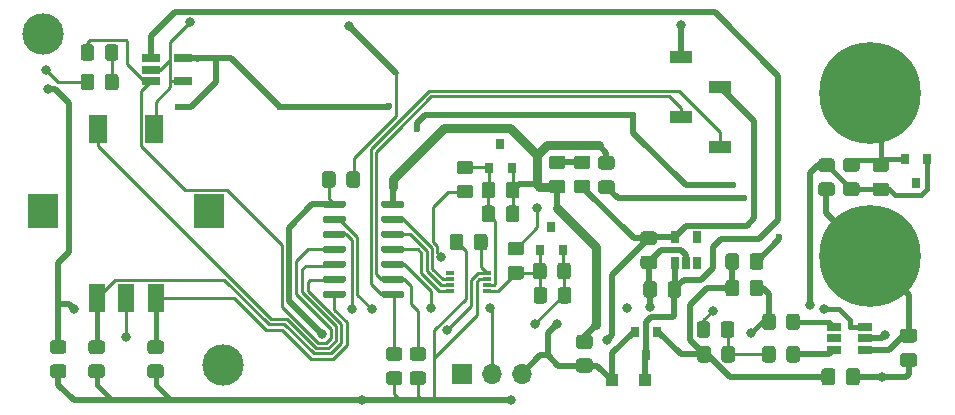
<source format=gbr>
G04 #@! TF.GenerationSoftware,KiCad,Pcbnew,(5.1.8)-1*
G04 #@! TF.CreationDate,2021-02-26T20:20:08+01:00*
G04 #@! TF.ProjectId,_Spot,b553706f-742e-46b6-9963-61645f706362,rev?*
G04 #@! TF.SameCoordinates,Original*
G04 #@! TF.FileFunction,Copper,L1,Top*
G04 #@! TF.FilePolarity,Positive*
%FSLAX46Y46*%
G04 Gerber Fmt 4.6, Leading zero omitted, Abs format (unit mm)*
G04 Created by KiCad (PCBNEW (5.1.8)-1) date 2021-02-26 20:20:08*
%MOMM*%
%LPD*%
G01*
G04 APERTURE LIST*
G04 #@! TA.AperFunction,SMDPad,CuDef*
%ADD10R,1.560000X0.650000*%
G04 #@! TD*
G04 #@! TA.AperFunction,SMDPad,CuDef*
%ADD11R,0.800000X0.900000*%
G04 #@! TD*
G04 #@! TA.AperFunction,SMDPad,CuDef*
%ADD12R,0.800000X0.300000*%
G04 #@! TD*
G04 #@! TA.AperFunction,ComponentPad*
%ADD13O,1.700000X1.700000*%
G04 #@! TD*
G04 #@! TA.AperFunction,ComponentPad*
%ADD14R,1.700000X1.700000*%
G04 #@! TD*
G04 #@! TA.AperFunction,SMDPad,CuDef*
%ADD15R,0.650000X1.060000*%
G04 #@! TD*
G04 #@! TA.AperFunction,SMDPad,CuDef*
%ADD16R,1.100000X1.100000*%
G04 #@! TD*
G04 #@! TA.AperFunction,SMDPad,CuDef*
%ADD17R,1.220000X0.650000*%
G04 #@! TD*
G04 #@! TA.AperFunction,SMDPad,CuDef*
%ADD18R,1.400000X2.400000*%
G04 #@! TD*
G04 #@! TA.AperFunction,SMDPad,CuDef*
%ADD19R,1.600000X2.400000*%
G04 #@! TD*
G04 #@! TA.AperFunction,SMDPad,CuDef*
%ADD20R,2.500000X3.000000*%
G04 #@! TD*
G04 #@! TA.AperFunction,SMDPad,CuDef*
%ADD21R,1.900000X1.000000*%
G04 #@! TD*
G04 #@! TA.AperFunction,ComponentPad*
%ADD22C,3.500000*%
G04 #@! TD*
G04 #@! TA.AperFunction,ComponentPad*
%ADD23C,0.900000*%
G04 #@! TD*
G04 #@! TA.AperFunction,ComponentPad*
%ADD24C,8.600000*%
G04 #@! TD*
G04 #@! TA.AperFunction,ViaPad*
%ADD25C,0.800000*%
G04 #@! TD*
G04 #@! TA.AperFunction,ViaPad*
%ADD26C,0.600000*%
G04 #@! TD*
G04 #@! TA.AperFunction,Conductor*
%ADD27C,0.508000*%
G04 #@! TD*
G04 #@! TA.AperFunction,Conductor*
%ADD28C,0.250000*%
G04 #@! TD*
G04 #@! TA.AperFunction,Conductor*
%ADD29C,0.381000*%
G04 #@! TD*
G04 #@! TA.AperFunction,Conductor*
%ADD30C,0.500000*%
G04 #@! TD*
G04 #@! TA.AperFunction,Conductor*
%ADD31C,0.800000*%
G04 #@! TD*
G04 APERTURE END LIST*
D10*
X109850000Y-82050000D03*
X109850000Y-83950000D03*
X107150000Y-83950000D03*
X107150000Y-83000000D03*
X107150000Y-82050000D03*
D11*
X149000000Y-107200000D03*
X148050000Y-105200000D03*
X149950000Y-105200000D03*
G04 #@! TA.AperFunction,SMDPad,CuDef*
G36*
G01*
X107950001Y-107062500D02*
X107049999Y-107062500D01*
G75*
G02*
X106800000Y-106812501I0J249999D01*
G01*
X106800000Y-106162499D01*
G75*
G02*
X107049999Y-105912500I249999J0D01*
G01*
X107950001Y-105912500D01*
G75*
G02*
X108200000Y-106162499I0J-249999D01*
G01*
X108200000Y-106812501D01*
G75*
G02*
X107950001Y-107062500I-249999J0D01*
G01*
G37*
G04 #@! TD.AperFunction*
G04 #@! TA.AperFunction,SMDPad,CuDef*
G36*
G01*
X107950001Y-109112500D02*
X107049999Y-109112500D01*
G75*
G02*
X106800000Y-108862501I0J249999D01*
G01*
X106800000Y-108212499D01*
G75*
G02*
X107049999Y-107962500I249999J0D01*
G01*
X107950001Y-107962500D01*
G75*
G02*
X108200000Y-108212499I0J-249999D01*
G01*
X108200000Y-108862501D01*
G75*
G02*
X107950001Y-109112500I-249999J0D01*
G01*
G37*
G04 #@! TD.AperFunction*
G04 #@! TA.AperFunction,SMDPad,CuDef*
G36*
G01*
X102950001Y-107062500D02*
X102049999Y-107062500D01*
G75*
G02*
X101800000Y-106812501I0J249999D01*
G01*
X101800000Y-106162499D01*
G75*
G02*
X102049999Y-105912500I249999J0D01*
G01*
X102950001Y-105912500D01*
G75*
G02*
X103200000Y-106162499I0J-249999D01*
G01*
X103200000Y-106812501D01*
G75*
G02*
X102950001Y-107062500I-249999J0D01*
G01*
G37*
G04 #@! TD.AperFunction*
G04 #@! TA.AperFunction,SMDPad,CuDef*
G36*
G01*
X102950001Y-109112500D02*
X102049999Y-109112500D01*
G75*
G02*
X101800000Y-108862501I0J249999D01*
G01*
X101800000Y-108212499D01*
G75*
G02*
X102049999Y-107962500I249999J0D01*
G01*
X102950001Y-107962500D01*
G75*
G02*
X103200000Y-108212499I0J-249999D01*
G01*
X103200000Y-108862501D01*
G75*
G02*
X102950001Y-109112500I-249999J0D01*
G01*
G37*
G04 #@! TD.AperFunction*
G04 #@! TA.AperFunction,SMDPad,CuDef*
G36*
G01*
X126600000Y-94540000D02*
X126600000Y-94240000D01*
G75*
G02*
X126750000Y-94090000I150000J0D01*
G01*
X128400000Y-94090000D01*
G75*
G02*
X128550000Y-94240000I0J-150000D01*
G01*
X128550000Y-94540000D01*
G75*
G02*
X128400000Y-94690000I-150000J0D01*
G01*
X126750000Y-94690000D01*
G75*
G02*
X126600000Y-94540000I0J150000D01*
G01*
G37*
G04 #@! TD.AperFunction*
G04 #@! TA.AperFunction,SMDPad,CuDef*
G36*
G01*
X126600000Y-95810000D02*
X126600000Y-95510000D01*
G75*
G02*
X126750000Y-95360000I150000J0D01*
G01*
X128400000Y-95360000D01*
G75*
G02*
X128550000Y-95510000I0J-150000D01*
G01*
X128550000Y-95810000D01*
G75*
G02*
X128400000Y-95960000I-150000J0D01*
G01*
X126750000Y-95960000D01*
G75*
G02*
X126600000Y-95810000I0J150000D01*
G01*
G37*
G04 #@! TD.AperFunction*
G04 #@! TA.AperFunction,SMDPad,CuDef*
G36*
G01*
X126600000Y-97080000D02*
X126600000Y-96780000D01*
G75*
G02*
X126750000Y-96630000I150000J0D01*
G01*
X128400000Y-96630000D01*
G75*
G02*
X128550000Y-96780000I0J-150000D01*
G01*
X128550000Y-97080000D01*
G75*
G02*
X128400000Y-97230000I-150000J0D01*
G01*
X126750000Y-97230000D01*
G75*
G02*
X126600000Y-97080000I0J150000D01*
G01*
G37*
G04 #@! TD.AperFunction*
G04 #@! TA.AperFunction,SMDPad,CuDef*
G36*
G01*
X126600000Y-98350000D02*
X126600000Y-98050000D01*
G75*
G02*
X126750000Y-97900000I150000J0D01*
G01*
X128400000Y-97900000D01*
G75*
G02*
X128550000Y-98050000I0J-150000D01*
G01*
X128550000Y-98350000D01*
G75*
G02*
X128400000Y-98500000I-150000J0D01*
G01*
X126750000Y-98500000D01*
G75*
G02*
X126600000Y-98350000I0J150000D01*
G01*
G37*
G04 #@! TD.AperFunction*
G04 #@! TA.AperFunction,SMDPad,CuDef*
G36*
G01*
X126600000Y-99620000D02*
X126600000Y-99320000D01*
G75*
G02*
X126750000Y-99170000I150000J0D01*
G01*
X128400000Y-99170000D01*
G75*
G02*
X128550000Y-99320000I0J-150000D01*
G01*
X128550000Y-99620000D01*
G75*
G02*
X128400000Y-99770000I-150000J0D01*
G01*
X126750000Y-99770000D01*
G75*
G02*
X126600000Y-99620000I0J150000D01*
G01*
G37*
G04 #@! TD.AperFunction*
G04 #@! TA.AperFunction,SMDPad,CuDef*
G36*
G01*
X126600000Y-100890000D02*
X126600000Y-100590000D01*
G75*
G02*
X126750000Y-100440000I150000J0D01*
G01*
X128400000Y-100440000D01*
G75*
G02*
X128550000Y-100590000I0J-150000D01*
G01*
X128550000Y-100890000D01*
G75*
G02*
X128400000Y-101040000I-150000J0D01*
G01*
X126750000Y-101040000D01*
G75*
G02*
X126600000Y-100890000I0J150000D01*
G01*
G37*
G04 #@! TD.AperFunction*
G04 #@! TA.AperFunction,SMDPad,CuDef*
G36*
G01*
X126600000Y-102160000D02*
X126600000Y-101860000D01*
G75*
G02*
X126750000Y-101710000I150000J0D01*
G01*
X128400000Y-101710000D01*
G75*
G02*
X128550000Y-101860000I0J-150000D01*
G01*
X128550000Y-102160000D01*
G75*
G02*
X128400000Y-102310000I-150000J0D01*
G01*
X126750000Y-102310000D01*
G75*
G02*
X126600000Y-102160000I0J150000D01*
G01*
G37*
G04 #@! TD.AperFunction*
G04 #@! TA.AperFunction,SMDPad,CuDef*
G36*
G01*
X121650000Y-102160000D02*
X121650000Y-101860000D01*
G75*
G02*
X121800000Y-101710000I150000J0D01*
G01*
X123450000Y-101710000D01*
G75*
G02*
X123600000Y-101860000I0J-150000D01*
G01*
X123600000Y-102160000D01*
G75*
G02*
X123450000Y-102310000I-150000J0D01*
G01*
X121800000Y-102310000D01*
G75*
G02*
X121650000Y-102160000I0J150000D01*
G01*
G37*
G04 #@! TD.AperFunction*
G04 #@! TA.AperFunction,SMDPad,CuDef*
G36*
G01*
X121650000Y-100890000D02*
X121650000Y-100590000D01*
G75*
G02*
X121800000Y-100440000I150000J0D01*
G01*
X123450000Y-100440000D01*
G75*
G02*
X123600000Y-100590000I0J-150000D01*
G01*
X123600000Y-100890000D01*
G75*
G02*
X123450000Y-101040000I-150000J0D01*
G01*
X121800000Y-101040000D01*
G75*
G02*
X121650000Y-100890000I0J150000D01*
G01*
G37*
G04 #@! TD.AperFunction*
G04 #@! TA.AperFunction,SMDPad,CuDef*
G36*
G01*
X121650000Y-99620000D02*
X121650000Y-99320000D01*
G75*
G02*
X121800000Y-99170000I150000J0D01*
G01*
X123450000Y-99170000D01*
G75*
G02*
X123600000Y-99320000I0J-150000D01*
G01*
X123600000Y-99620000D01*
G75*
G02*
X123450000Y-99770000I-150000J0D01*
G01*
X121800000Y-99770000D01*
G75*
G02*
X121650000Y-99620000I0J150000D01*
G01*
G37*
G04 #@! TD.AperFunction*
G04 #@! TA.AperFunction,SMDPad,CuDef*
G36*
G01*
X121650000Y-98350000D02*
X121650000Y-98050000D01*
G75*
G02*
X121800000Y-97900000I150000J0D01*
G01*
X123450000Y-97900000D01*
G75*
G02*
X123600000Y-98050000I0J-150000D01*
G01*
X123600000Y-98350000D01*
G75*
G02*
X123450000Y-98500000I-150000J0D01*
G01*
X121800000Y-98500000D01*
G75*
G02*
X121650000Y-98350000I0J150000D01*
G01*
G37*
G04 #@! TD.AperFunction*
G04 #@! TA.AperFunction,SMDPad,CuDef*
G36*
G01*
X121650000Y-97080000D02*
X121650000Y-96780000D01*
G75*
G02*
X121800000Y-96630000I150000J0D01*
G01*
X123450000Y-96630000D01*
G75*
G02*
X123600000Y-96780000I0J-150000D01*
G01*
X123600000Y-97080000D01*
G75*
G02*
X123450000Y-97230000I-150000J0D01*
G01*
X121800000Y-97230000D01*
G75*
G02*
X121650000Y-97080000I0J150000D01*
G01*
G37*
G04 #@! TD.AperFunction*
G04 #@! TA.AperFunction,SMDPad,CuDef*
G36*
G01*
X121650000Y-95810000D02*
X121650000Y-95510000D01*
G75*
G02*
X121800000Y-95360000I150000J0D01*
G01*
X123450000Y-95360000D01*
G75*
G02*
X123600000Y-95510000I0J-150000D01*
G01*
X123600000Y-95810000D01*
G75*
G02*
X123450000Y-95960000I-150000J0D01*
G01*
X121800000Y-95960000D01*
G75*
G02*
X121650000Y-95810000I0J150000D01*
G01*
G37*
G04 #@! TD.AperFunction*
G04 #@! TA.AperFunction,SMDPad,CuDef*
G36*
G01*
X121650000Y-94540000D02*
X121650000Y-94240000D01*
G75*
G02*
X121800000Y-94090000I150000J0D01*
G01*
X123450000Y-94090000D01*
G75*
G02*
X123600000Y-94240000I0J-150000D01*
G01*
X123600000Y-94540000D01*
G75*
G02*
X123450000Y-94690000I-150000J0D01*
G01*
X121800000Y-94690000D01*
G75*
G02*
X121650000Y-94540000I0J150000D01*
G01*
G37*
G04 #@! TD.AperFunction*
D12*
X135550000Y-100250000D03*
X135550000Y-100750000D03*
X135550000Y-101250000D03*
X135550000Y-101750000D03*
X132450000Y-101750000D03*
X132450000Y-101250000D03*
X132450000Y-100750000D03*
X132450000Y-100250000D03*
G04 #@! TA.AperFunction,SMDPad,CuDef*
G36*
G01*
X141500000Y-100500001D02*
X141500000Y-99599999D01*
G75*
G02*
X141749999Y-99350000I249999J0D01*
G01*
X142400001Y-99350000D01*
G75*
G02*
X142650000Y-99599999I0J-249999D01*
G01*
X142650000Y-100500001D01*
G75*
G02*
X142400001Y-100750000I-249999J0D01*
G01*
X141749999Y-100750000D01*
G75*
G02*
X141500000Y-100500001I0J249999D01*
G01*
G37*
G04 #@! TD.AperFunction*
G04 #@! TA.AperFunction,SMDPad,CuDef*
G36*
G01*
X139450000Y-100500001D02*
X139450000Y-99599999D01*
G75*
G02*
X139699999Y-99350000I249999J0D01*
G01*
X140350001Y-99350000D01*
G75*
G02*
X140600000Y-99599999I0J-249999D01*
G01*
X140600000Y-100500001D01*
G75*
G02*
X140350001Y-100750000I-249999J0D01*
G01*
X139699999Y-100750000D01*
G75*
G02*
X139450000Y-100500001I0J249999D01*
G01*
G37*
G04 #@! TD.AperFunction*
G04 #@! TA.AperFunction,SMDPad,CuDef*
G36*
G01*
X137549999Y-99625000D02*
X138450001Y-99625000D01*
G75*
G02*
X138700000Y-99874999I0J-249999D01*
G01*
X138700000Y-100525001D01*
G75*
G02*
X138450001Y-100775000I-249999J0D01*
G01*
X137549999Y-100775000D01*
G75*
G02*
X137300000Y-100525001I0J249999D01*
G01*
X137300000Y-99874999D01*
G75*
G02*
X137549999Y-99625000I249999J0D01*
G01*
G37*
G04 #@! TD.AperFunction*
G04 #@! TA.AperFunction,SMDPad,CuDef*
G36*
G01*
X137549999Y-97575000D02*
X138450001Y-97575000D01*
G75*
G02*
X138700000Y-97824999I0J-249999D01*
G01*
X138700000Y-98475001D01*
G75*
G02*
X138450001Y-98725000I-249999J0D01*
G01*
X137549999Y-98725000D01*
G75*
G02*
X137300000Y-98475001I0J249999D01*
G01*
X137300000Y-97824999D01*
G75*
G02*
X137549999Y-97575000I249999J0D01*
G01*
G37*
G04 #@! TD.AperFunction*
G04 #@! TA.AperFunction,SMDPad,CuDef*
G36*
G01*
X137150000Y-93650001D02*
X137150000Y-92749999D01*
G75*
G02*
X137399999Y-92500000I249999J0D01*
G01*
X138050001Y-92500000D01*
G75*
G02*
X138300000Y-92749999I0J-249999D01*
G01*
X138300000Y-93650001D01*
G75*
G02*
X138050001Y-93900000I-249999J0D01*
G01*
X137399999Y-93900000D01*
G75*
G02*
X137150000Y-93650001I0J249999D01*
G01*
G37*
G04 #@! TD.AperFunction*
G04 #@! TA.AperFunction,SMDPad,CuDef*
G36*
G01*
X135100000Y-93650001D02*
X135100000Y-92749999D01*
G75*
G02*
X135349999Y-92500000I249999J0D01*
G01*
X136000001Y-92500000D01*
G75*
G02*
X136250000Y-92749999I0J-249999D01*
G01*
X136250000Y-93650001D01*
G75*
G02*
X136000001Y-93900000I-249999J0D01*
G01*
X135349999Y-93900000D01*
G75*
G02*
X135100000Y-93650001I0J249999D01*
G01*
G37*
G04 #@! TD.AperFunction*
G04 #@! TA.AperFunction,SMDPad,CuDef*
G36*
G01*
X134150001Y-91850000D02*
X133249999Y-91850000D01*
G75*
G02*
X133000000Y-91600001I0J249999D01*
G01*
X133000000Y-90949999D01*
G75*
G02*
X133249999Y-90700000I249999J0D01*
G01*
X134150001Y-90700000D01*
G75*
G02*
X134400000Y-90949999I0J-249999D01*
G01*
X134400000Y-91600001D01*
G75*
G02*
X134150001Y-91850000I-249999J0D01*
G01*
G37*
G04 #@! TD.AperFunction*
G04 #@! TA.AperFunction,SMDPad,CuDef*
G36*
G01*
X134150001Y-93900000D02*
X133249999Y-93900000D01*
G75*
G02*
X133000000Y-93650001I0J249999D01*
G01*
X133000000Y-92999999D01*
G75*
G02*
X133249999Y-92750000I249999J0D01*
G01*
X134150001Y-92750000D01*
G75*
G02*
X134400000Y-92999999I0J-249999D01*
G01*
X134400000Y-93650001D01*
G75*
G02*
X134150001Y-93900000I-249999J0D01*
G01*
G37*
G04 #@! TD.AperFunction*
D13*
X138480000Y-108800000D03*
X135940000Y-108800000D03*
D14*
X133400000Y-108800000D03*
D11*
X141000000Y-96300000D03*
X141950000Y-98300000D03*
X140050000Y-98300000D03*
X136700000Y-89300000D03*
X137650000Y-91300000D03*
X135750000Y-91300000D03*
G04 #@! TA.AperFunction,SMDPad,CuDef*
G36*
G01*
X134450000Y-98050001D02*
X134450000Y-97149999D01*
G75*
G02*
X134699999Y-96900000I249999J0D01*
G01*
X135350001Y-96900000D01*
G75*
G02*
X135600000Y-97149999I0J-249999D01*
G01*
X135600000Y-98050001D01*
G75*
G02*
X135350001Y-98300000I-249999J0D01*
G01*
X134699999Y-98300000D01*
G75*
G02*
X134450000Y-98050001I0J249999D01*
G01*
G37*
G04 #@! TD.AperFunction*
G04 #@! TA.AperFunction,SMDPad,CuDef*
G36*
G01*
X132400000Y-98050001D02*
X132400000Y-97149999D01*
G75*
G02*
X132649999Y-96900000I249999J0D01*
G01*
X133300001Y-96900000D01*
G75*
G02*
X133550000Y-97149999I0J-249999D01*
G01*
X133550000Y-98050001D01*
G75*
G02*
X133300001Y-98300000I-249999J0D01*
G01*
X132649999Y-98300000D01*
G75*
G02*
X132400000Y-98050001I0J249999D01*
G01*
G37*
G04 #@! TD.AperFunction*
G04 #@! TA.AperFunction,SMDPad,CuDef*
G36*
G01*
X141550000Y-102550001D02*
X141550000Y-101649999D01*
G75*
G02*
X141799999Y-101400000I249999J0D01*
G01*
X142450001Y-101400000D01*
G75*
G02*
X142700000Y-101649999I0J-249999D01*
G01*
X142700000Y-102550001D01*
G75*
G02*
X142450001Y-102800000I-249999J0D01*
G01*
X141799999Y-102800000D01*
G75*
G02*
X141550000Y-102550001I0J249999D01*
G01*
G37*
G04 #@! TD.AperFunction*
G04 #@! TA.AperFunction,SMDPad,CuDef*
G36*
G01*
X139500000Y-102550001D02*
X139500000Y-101649999D01*
G75*
G02*
X139749999Y-101400000I249999J0D01*
G01*
X140400001Y-101400000D01*
G75*
G02*
X140650000Y-101649999I0J-249999D01*
G01*
X140650000Y-102550001D01*
G75*
G02*
X140400001Y-102800000I-249999J0D01*
G01*
X139749999Y-102800000D01*
G75*
G02*
X139500000Y-102550001I0J249999D01*
G01*
G37*
G04 #@! TD.AperFunction*
G04 #@! TA.AperFunction,SMDPad,CuDef*
G36*
G01*
X137150000Y-95650001D02*
X137150000Y-94749999D01*
G75*
G02*
X137399999Y-94500000I249999J0D01*
G01*
X138050001Y-94500000D01*
G75*
G02*
X138300000Y-94749999I0J-249999D01*
G01*
X138300000Y-95650001D01*
G75*
G02*
X138050001Y-95900000I-249999J0D01*
G01*
X137399999Y-95900000D01*
G75*
G02*
X137150000Y-95650001I0J249999D01*
G01*
G37*
G04 #@! TD.AperFunction*
G04 #@! TA.AperFunction,SMDPad,CuDef*
G36*
G01*
X135100000Y-95650001D02*
X135100000Y-94749999D01*
G75*
G02*
X135349999Y-94500000I249999J0D01*
G01*
X136000001Y-94500000D01*
G75*
G02*
X136250000Y-94749999I0J-249999D01*
G01*
X136250000Y-95650001D01*
G75*
G02*
X136000001Y-95900000I-249999J0D01*
G01*
X135349999Y-95900000D01*
G75*
G02*
X135100000Y-95650001I0J249999D01*
G01*
G37*
G04 #@! TD.AperFunction*
G04 #@! TA.AperFunction,SMDPad,CuDef*
G36*
G01*
X165950000Y-109475000D02*
X165950000Y-108525000D01*
G75*
G02*
X166200000Y-108275000I250000J0D01*
G01*
X166875000Y-108275000D01*
G75*
G02*
X167125000Y-108525000I0J-250000D01*
G01*
X167125000Y-109475000D01*
G75*
G02*
X166875000Y-109725000I-250000J0D01*
G01*
X166200000Y-109725000D01*
G75*
G02*
X165950000Y-109475000I0J250000D01*
G01*
G37*
G04 #@! TD.AperFunction*
G04 #@! TA.AperFunction,SMDPad,CuDef*
G36*
G01*
X163875000Y-109475000D02*
X163875000Y-108525000D01*
G75*
G02*
X164125000Y-108275000I250000J0D01*
G01*
X164800000Y-108275000D01*
G75*
G02*
X165050000Y-108525000I0J-250000D01*
G01*
X165050000Y-109475000D01*
G75*
G02*
X164800000Y-109725000I-250000J0D01*
G01*
X164125000Y-109725000D01*
G75*
G02*
X163875000Y-109475000I0J250000D01*
G01*
G37*
G04 #@! TD.AperFunction*
G04 #@! TA.AperFunction,SMDPad,CuDef*
G36*
G01*
X170775000Y-107000000D02*
X171725000Y-107000000D01*
G75*
G02*
X171975000Y-107250000I0J-250000D01*
G01*
X171975000Y-107925000D01*
G75*
G02*
X171725000Y-108175000I-250000J0D01*
G01*
X170775000Y-108175000D01*
G75*
G02*
X170525000Y-107925000I0J250000D01*
G01*
X170525000Y-107250000D01*
G75*
G02*
X170775000Y-107000000I250000J0D01*
G01*
G37*
G04 #@! TD.AperFunction*
G04 #@! TA.AperFunction,SMDPad,CuDef*
G36*
G01*
X170775000Y-104925000D02*
X171725000Y-104925000D01*
G75*
G02*
X171975000Y-105175000I0J-250000D01*
G01*
X171975000Y-105850000D01*
G75*
G02*
X171725000Y-106100000I-250000J0D01*
G01*
X170775000Y-106100000D01*
G75*
G02*
X170525000Y-105850000I0J250000D01*
G01*
X170525000Y-105175000D01*
G75*
G02*
X170775000Y-104925000I250000J0D01*
G01*
G37*
G04 #@! TD.AperFunction*
D15*
X151450000Y-97200000D03*
X153350000Y-97200000D03*
X153350000Y-99400000D03*
X152400000Y-99400000D03*
X151450000Y-99400000D03*
G04 #@! TA.AperFunction,SMDPad,CuDef*
G36*
G01*
X144250001Y-106650000D02*
X143349999Y-106650000D01*
G75*
G02*
X143100000Y-106400001I0J249999D01*
G01*
X143100000Y-105699999D01*
G75*
G02*
X143349999Y-105450000I249999J0D01*
G01*
X144250001Y-105450000D01*
G75*
G02*
X144500000Y-105699999I0J-249999D01*
G01*
X144500000Y-106400001D01*
G75*
G02*
X144250001Y-106650000I-249999J0D01*
G01*
G37*
G04 #@! TD.AperFunction*
G04 #@! TA.AperFunction,SMDPad,CuDef*
G36*
G01*
X144250001Y-108650000D02*
X143349999Y-108650000D01*
G75*
G02*
X143100000Y-108400001I0J249999D01*
G01*
X143100000Y-107699999D01*
G75*
G02*
X143349999Y-107450000I249999J0D01*
G01*
X144250001Y-107450000D01*
G75*
G02*
X144500000Y-107699999I0J-249999D01*
G01*
X144500000Y-108400001D01*
G75*
G02*
X144250001Y-108650000I-249999J0D01*
G01*
G37*
G04 #@! TD.AperFunction*
D16*
X146150000Y-109300000D03*
X148950000Y-109300000D03*
D17*
X164940000Y-106700000D03*
X164940000Y-105750000D03*
X164940000Y-104800000D03*
X167560000Y-104800000D03*
X167560000Y-105750000D03*
X167560000Y-106700000D03*
G04 #@! TA.AperFunction,SMDPad,CuDef*
G36*
G01*
X157800000Y-99700001D02*
X157800000Y-98799999D01*
G75*
G02*
X158049999Y-98550000I249999J0D01*
G01*
X158700001Y-98550000D01*
G75*
G02*
X158950000Y-98799999I0J-249999D01*
G01*
X158950000Y-99700001D01*
G75*
G02*
X158700001Y-99950000I-249999J0D01*
G01*
X158049999Y-99950000D01*
G75*
G02*
X157800000Y-99700001I0J249999D01*
G01*
G37*
G04 #@! TD.AperFunction*
G04 #@! TA.AperFunction,SMDPad,CuDef*
G36*
G01*
X155750000Y-99700001D02*
X155750000Y-98799999D01*
G75*
G02*
X155999999Y-98550000I249999J0D01*
G01*
X156650001Y-98550000D01*
G75*
G02*
X156900000Y-98799999I0J-249999D01*
G01*
X156900000Y-99700001D01*
G75*
G02*
X156650001Y-99950000I-249999J0D01*
G01*
X155999999Y-99950000D01*
G75*
G02*
X155750000Y-99700001I0J249999D01*
G01*
G37*
G04 #@! TD.AperFunction*
G04 #@! TA.AperFunction,SMDPad,CuDef*
G36*
G01*
X141950001Y-91420000D02*
X141049999Y-91420000D01*
G75*
G02*
X140800000Y-91170001I0J249999D01*
G01*
X140800000Y-90519999D01*
G75*
G02*
X141049999Y-90270000I249999J0D01*
G01*
X141950001Y-90270000D01*
G75*
G02*
X142200000Y-90519999I0J-249999D01*
G01*
X142200000Y-91170001D01*
G75*
G02*
X141950001Y-91420000I-249999J0D01*
G01*
G37*
G04 #@! TD.AperFunction*
G04 #@! TA.AperFunction,SMDPad,CuDef*
G36*
G01*
X141950001Y-93470000D02*
X141049999Y-93470000D01*
G75*
G02*
X140800000Y-93220001I0J249999D01*
G01*
X140800000Y-92569999D01*
G75*
G02*
X141049999Y-92320000I249999J0D01*
G01*
X141950001Y-92320000D01*
G75*
G02*
X142200000Y-92569999I0J-249999D01*
G01*
X142200000Y-93220001D01*
G75*
G02*
X141950001Y-93470000I-249999J0D01*
G01*
G37*
G04 #@! TD.AperFunction*
G04 #@! TA.AperFunction,SMDPad,CuDef*
G36*
G01*
X103212500Y-84500001D02*
X103212500Y-83599999D01*
G75*
G02*
X103462499Y-83350000I249999J0D01*
G01*
X104112501Y-83350000D01*
G75*
G02*
X104362500Y-83599999I0J-249999D01*
G01*
X104362500Y-84500001D01*
G75*
G02*
X104112501Y-84750000I-249999J0D01*
G01*
X103462499Y-84750000D01*
G75*
G02*
X103212500Y-84500001I0J249999D01*
G01*
G37*
G04 #@! TD.AperFunction*
G04 #@! TA.AperFunction,SMDPad,CuDef*
G36*
G01*
X101162500Y-84500001D02*
X101162500Y-83599999D01*
G75*
G02*
X101412499Y-83350000I249999J0D01*
G01*
X102062501Y-83350000D01*
G75*
G02*
X102312500Y-83599999I0J-249999D01*
G01*
X102312500Y-84500001D01*
G75*
G02*
X102062501Y-84750000I-249999J0D01*
G01*
X101412499Y-84750000D01*
G75*
G02*
X101162500Y-84500001I0J249999D01*
G01*
G37*
G04 #@! TD.AperFunction*
G04 #@! TA.AperFunction,SMDPad,CuDef*
G36*
G01*
X145209999Y-92370000D02*
X146110001Y-92370000D01*
G75*
G02*
X146360000Y-92619999I0J-249999D01*
G01*
X146360000Y-93270001D01*
G75*
G02*
X146110001Y-93520000I-249999J0D01*
G01*
X145209999Y-93520000D01*
G75*
G02*
X144960000Y-93270001I0J249999D01*
G01*
X144960000Y-92619999D01*
G75*
G02*
X145209999Y-92370000I249999J0D01*
G01*
G37*
G04 #@! TD.AperFunction*
G04 #@! TA.AperFunction,SMDPad,CuDef*
G36*
G01*
X145209999Y-90320000D02*
X146110001Y-90320000D01*
G75*
G02*
X146360000Y-90569999I0J-249999D01*
G01*
X146360000Y-91220001D01*
G75*
G02*
X146110001Y-91470000I-249999J0D01*
G01*
X145209999Y-91470000D01*
G75*
G02*
X144960000Y-91220001I0J249999D01*
G01*
X144960000Y-90569999D01*
G75*
G02*
X145209999Y-90320000I249999J0D01*
G01*
G37*
G04 #@! TD.AperFunction*
G04 #@! TA.AperFunction,SMDPad,CuDef*
G36*
G01*
X160900000Y-107550001D02*
X160900000Y-106649999D01*
G75*
G02*
X161149999Y-106400000I249999J0D01*
G01*
X161800001Y-106400000D01*
G75*
G02*
X162050000Y-106649999I0J-249999D01*
G01*
X162050000Y-107550001D01*
G75*
G02*
X161800001Y-107800000I-249999J0D01*
G01*
X161149999Y-107800000D01*
G75*
G02*
X160900000Y-107550001I0J249999D01*
G01*
G37*
G04 #@! TD.AperFunction*
G04 #@! TA.AperFunction,SMDPad,CuDef*
G36*
G01*
X158850000Y-107550001D02*
X158850000Y-106649999D01*
G75*
G02*
X159099999Y-106400000I249999J0D01*
G01*
X159750001Y-106400000D01*
G75*
G02*
X160000000Y-106649999I0J-249999D01*
G01*
X160000000Y-107550001D01*
G75*
G02*
X159750001Y-107800000I-249999J0D01*
G01*
X159099999Y-107800000D01*
G75*
G02*
X158850000Y-107550001I0J249999D01*
G01*
G37*
G04 #@! TD.AperFunction*
D18*
X105000000Y-102300000D03*
X102500000Y-102300000D03*
X107500000Y-102300000D03*
D19*
X107400000Y-88000000D03*
X102600000Y-88000000D03*
D20*
X112000000Y-95000000D03*
X98000000Y-95000000D03*
G04 #@! TA.AperFunction,SMDPad,CuDef*
G36*
G01*
X98799999Y-107950000D02*
X99700001Y-107950000D01*
G75*
G02*
X99950000Y-108199999I0J-249999D01*
G01*
X99950000Y-108850001D01*
G75*
G02*
X99700001Y-109100000I-249999J0D01*
G01*
X98799999Y-109100000D01*
G75*
G02*
X98550000Y-108850001I0J249999D01*
G01*
X98550000Y-108199999D01*
G75*
G02*
X98799999Y-107950000I249999J0D01*
G01*
G37*
G04 #@! TD.AperFunction*
G04 #@! TA.AperFunction,SMDPad,CuDef*
G36*
G01*
X98799999Y-105900000D02*
X99700001Y-105900000D01*
G75*
G02*
X99950000Y-106149999I0J-249999D01*
G01*
X99950000Y-106800001D01*
G75*
G02*
X99700001Y-107050000I-249999J0D01*
G01*
X98799999Y-107050000D01*
G75*
G02*
X98550000Y-106800001I0J249999D01*
G01*
X98550000Y-106149999D01*
G75*
G02*
X98799999Y-105900000I249999J0D01*
G01*
G37*
G04 #@! TD.AperFunction*
G04 #@! TA.AperFunction,SMDPad,CuDef*
G36*
G01*
X169350001Y-91662500D02*
X168449999Y-91662500D01*
G75*
G02*
X168200000Y-91412501I0J249999D01*
G01*
X168200000Y-90762499D01*
G75*
G02*
X168449999Y-90512500I249999J0D01*
G01*
X169350001Y-90512500D01*
G75*
G02*
X169600000Y-90762499I0J-249999D01*
G01*
X169600000Y-91412501D01*
G75*
G02*
X169350001Y-91662500I-249999J0D01*
G01*
G37*
G04 #@! TD.AperFunction*
G04 #@! TA.AperFunction,SMDPad,CuDef*
G36*
G01*
X169350001Y-93712500D02*
X168449999Y-93712500D01*
G75*
G02*
X168200000Y-93462501I0J249999D01*
G01*
X168200000Y-92812499D01*
G75*
G02*
X168449999Y-92562500I249999J0D01*
G01*
X169350001Y-92562500D01*
G75*
G02*
X169600000Y-92812499I0J-249999D01*
G01*
X169600000Y-93462501D01*
G75*
G02*
X169350001Y-93712500I-249999J0D01*
G01*
G37*
G04 #@! TD.AperFunction*
G04 #@! TA.AperFunction,SMDPad,CuDef*
G36*
G01*
X164750001Y-91650000D02*
X163849999Y-91650000D01*
G75*
G02*
X163600000Y-91400001I0J249999D01*
G01*
X163600000Y-90749999D01*
G75*
G02*
X163849999Y-90500000I249999J0D01*
G01*
X164750001Y-90500000D01*
G75*
G02*
X165000000Y-90749999I0J-249999D01*
G01*
X165000000Y-91400001D01*
G75*
G02*
X164750001Y-91650000I-249999J0D01*
G01*
G37*
G04 #@! TD.AperFunction*
G04 #@! TA.AperFunction,SMDPad,CuDef*
G36*
G01*
X164750001Y-93700000D02*
X163849999Y-93700000D01*
G75*
G02*
X163600000Y-93450001I0J249999D01*
G01*
X163600000Y-92799999D01*
G75*
G02*
X163849999Y-92550000I249999J0D01*
G01*
X164750001Y-92550000D01*
G75*
G02*
X165000000Y-92799999I0J-249999D01*
G01*
X165000000Y-93450001D01*
G75*
G02*
X164750001Y-93700000I-249999J0D01*
G01*
G37*
G04 #@! TD.AperFunction*
G04 #@! TA.AperFunction,SMDPad,CuDef*
G36*
G01*
X128150001Y-107650000D02*
X127249999Y-107650000D01*
G75*
G02*
X127000000Y-107400001I0J249999D01*
G01*
X127000000Y-106749999D01*
G75*
G02*
X127249999Y-106500000I249999J0D01*
G01*
X128150001Y-106500000D01*
G75*
G02*
X128400000Y-106749999I0J-249999D01*
G01*
X128400000Y-107400001D01*
G75*
G02*
X128150001Y-107650000I-249999J0D01*
G01*
G37*
G04 #@! TD.AperFunction*
G04 #@! TA.AperFunction,SMDPad,CuDef*
G36*
G01*
X128150001Y-109700000D02*
X127249999Y-109700000D01*
G75*
G02*
X127000000Y-109450001I0J249999D01*
G01*
X127000000Y-108799999D01*
G75*
G02*
X127249999Y-108550000I249999J0D01*
G01*
X128150001Y-108550000D01*
G75*
G02*
X128400000Y-108799999I0J-249999D01*
G01*
X128400000Y-109450001D01*
G75*
G02*
X128150001Y-109700000I-249999J0D01*
G01*
G37*
G04 #@! TD.AperFunction*
G04 #@! TA.AperFunction,SMDPad,CuDef*
G36*
G01*
X130150001Y-107650000D02*
X129249999Y-107650000D01*
G75*
G02*
X129000000Y-107400001I0J249999D01*
G01*
X129000000Y-106749999D01*
G75*
G02*
X129249999Y-106500000I249999J0D01*
G01*
X130150001Y-106500000D01*
G75*
G02*
X130400000Y-106749999I0J-249999D01*
G01*
X130400000Y-107400001D01*
G75*
G02*
X130150001Y-107650000I-249999J0D01*
G01*
G37*
G04 #@! TD.AperFunction*
G04 #@! TA.AperFunction,SMDPad,CuDef*
G36*
G01*
X130150001Y-109700000D02*
X129249999Y-109700000D01*
G75*
G02*
X129000000Y-109450001I0J249999D01*
G01*
X129000000Y-108799999D01*
G75*
G02*
X129249999Y-108550000I249999J0D01*
G01*
X130150001Y-108550000D01*
G75*
G02*
X130400000Y-108799999I0J-249999D01*
G01*
X130400000Y-109450001D01*
G75*
G02*
X130150001Y-109700000I-249999J0D01*
G01*
G37*
G04 #@! TD.AperFunction*
G04 #@! TA.AperFunction,SMDPad,CuDef*
G36*
G01*
X154450000Y-104549999D02*
X154450000Y-105450001D01*
G75*
G02*
X154200001Y-105700000I-249999J0D01*
G01*
X153549999Y-105700000D01*
G75*
G02*
X153300000Y-105450001I0J249999D01*
G01*
X153300000Y-104549999D01*
G75*
G02*
X153549999Y-104300000I249999J0D01*
G01*
X154200001Y-104300000D01*
G75*
G02*
X154450000Y-104549999I0J-249999D01*
G01*
G37*
G04 #@! TD.AperFunction*
G04 #@! TA.AperFunction,SMDPad,CuDef*
G36*
G01*
X156500000Y-104549999D02*
X156500000Y-105450001D01*
G75*
G02*
X156250001Y-105700000I-249999J0D01*
G01*
X155599999Y-105700000D01*
G75*
G02*
X155350000Y-105450001I0J249999D01*
G01*
X155350000Y-104549999D01*
G75*
G02*
X155599999Y-104300000I249999J0D01*
G01*
X156250001Y-104300000D01*
G75*
G02*
X156500000Y-104549999I0J-249999D01*
G01*
G37*
G04 #@! TD.AperFunction*
G04 #@! TA.AperFunction,SMDPad,CuDef*
G36*
G01*
X155400000Y-107550001D02*
X155400000Y-106649999D01*
G75*
G02*
X155649999Y-106400000I249999J0D01*
G01*
X156300001Y-106400000D01*
G75*
G02*
X156550000Y-106649999I0J-249999D01*
G01*
X156550000Y-107550001D01*
G75*
G02*
X156300001Y-107800000I-249999J0D01*
G01*
X155649999Y-107800000D01*
G75*
G02*
X155400000Y-107550001I0J249999D01*
G01*
G37*
G04 #@! TD.AperFunction*
G04 #@! TA.AperFunction,SMDPad,CuDef*
G36*
G01*
X153350000Y-107550001D02*
X153350000Y-106649999D01*
G75*
G02*
X153599999Y-106400000I249999J0D01*
G01*
X154250001Y-106400000D01*
G75*
G02*
X154500000Y-106649999I0J-249999D01*
G01*
X154500000Y-107550001D01*
G75*
G02*
X154250001Y-107800000I-249999J0D01*
G01*
X153599999Y-107800000D01*
G75*
G02*
X153350000Y-107550001I0J249999D01*
G01*
G37*
G04 #@! TD.AperFunction*
G04 #@! TA.AperFunction,SMDPad,CuDef*
G36*
G01*
X144060001Y-91420000D02*
X143159999Y-91420000D01*
G75*
G02*
X142910000Y-91170001I0J249999D01*
G01*
X142910000Y-90519999D01*
G75*
G02*
X143159999Y-90270000I249999J0D01*
G01*
X144060001Y-90270000D01*
G75*
G02*
X144310000Y-90519999I0J-249999D01*
G01*
X144310000Y-91170001D01*
G75*
G02*
X144060001Y-91420000I-249999J0D01*
G01*
G37*
G04 #@! TD.AperFunction*
G04 #@! TA.AperFunction,SMDPad,CuDef*
G36*
G01*
X144060001Y-93470000D02*
X143159999Y-93470000D01*
G75*
G02*
X142910000Y-93220001I0J249999D01*
G01*
X142910000Y-92569999D01*
G75*
G02*
X143159999Y-92320000I249999J0D01*
G01*
X144060001Y-92320000D01*
G75*
G02*
X144310000Y-92569999I0J-249999D01*
G01*
X144310000Y-93220001D01*
G75*
G02*
X144060001Y-93470000I-249999J0D01*
G01*
G37*
G04 #@! TD.AperFunction*
G04 #@! TA.AperFunction,SMDPad,CuDef*
G36*
G01*
X103200000Y-82000001D02*
X103200000Y-81099999D01*
G75*
G02*
X103449999Y-80850000I249999J0D01*
G01*
X104100001Y-80850000D01*
G75*
G02*
X104350000Y-81099999I0J-249999D01*
G01*
X104350000Y-82000001D01*
G75*
G02*
X104100001Y-82250000I-249999J0D01*
G01*
X103449999Y-82250000D01*
G75*
G02*
X103200000Y-82000001I0J249999D01*
G01*
G37*
G04 #@! TD.AperFunction*
G04 #@! TA.AperFunction,SMDPad,CuDef*
G36*
G01*
X101150000Y-82000001D02*
X101150000Y-81099999D01*
G75*
G02*
X101399999Y-80850000I249999J0D01*
G01*
X102050001Y-80850000D01*
G75*
G02*
X102300000Y-81099999I0J-249999D01*
G01*
X102300000Y-82000001D01*
G75*
G02*
X102050001Y-82250000I-249999J0D01*
G01*
X101399999Y-82250000D01*
G75*
G02*
X101150000Y-82000001I0J249999D01*
G01*
G37*
G04 #@! TD.AperFunction*
G04 #@! TA.AperFunction,SMDPad,CuDef*
G36*
G01*
X156900000Y-101049999D02*
X156900000Y-101950001D01*
G75*
G02*
X156650001Y-102200000I-249999J0D01*
G01*
X155999999Y-102200000D01*
G75*
G02*
X155750000Y-101950001I0J249999D01*
G01*
X155750000Y-101049999D01*
G75*
G02*
X155999999Y-100800000I249999J0D01*
G01*
X156650001Y-100800000D01*
G75*
G02*
X156900000Y-101049999I0J-249999D01*
G01*
G37*
G04 #@! TD.AperFunction*
G04 #@! TA.AperFunction,SMDPad,CuDef*
G36*
G01*
X158950000Y-101049999D02*
X158950000Y-101950001D01*
G75*
G02*
X158700001Y-102200000I-249999J0D01*
G01*
X158049999Y-102200000D01*
G75*
G02*
X157800000Y-101950001I0J249999D01*
G01*
X157800000Y-101049999D01*
G75*
G02*
X158049999Y-100800000I249999J0D01*
G01*
X158700001Y-100800000D01*
G75*
G02*
X158950000Y-101049999I0J-249999D01*
G01*
G37*
G04 #@! TD.AperFunction*
D21*
X155300000Y-89540000D03*
X155300000Y-84460000D03*
X152000000Y-87000000D03*
X152000000Y-81920000D03*
G04 #@! TA.AperFunction,SMDPad,CuDef*
G36*
G01*
X166850001Y-91650000D02*
X165949999Y-91650000D01*
G75*
G02*
X165700000Y-91400001I0J249999D01*
G01*
X165700000Y-90749999D01*
G75*
G02*
X165949999Y-90500000I249999J0D01*
G01*
X166850001Y-90500000D01*
G75*
G02*
X167100000Y-90749999I0J-249999D01*
G01*
X167100000Y-91400001D01*
G75*
G02*
X166850001Y-91650000I-249999J0D01*
G01*
G37*
G04 #@! TD.AperFunction*
G04 #@! TA.AperFunction,SMDPad,CuDef*
G36*
G01*
X166850001Y-93700000D02*
X165949999Y-93700000D01*
G75*
G02*
X165700000Y-93450001I0J249999D01*
G01*
X165700000Y-92799999D01*
G75*
G02*
X165949999Y-92550000I249999J0D01*
G01*
X166850001Y-92550000D01*
G75*
G02*
X167100000Y-92799999I0J-249999D01*
G01*
X167100000Y-93450001D01*
G75*
G02*
X166850001Y-93700000I-249999J0D01*
G01*
G37*
G04 #@! TD.AperFunction*
G04 #@! TA.AperFunction,SMDPad,CuDef*
G36*
G01*
X123650000Y-92750001D02*
X123650000Y-91849999D01*
G75*
G02*
X123899999Y-91600000I249999J0D01*
G01*
X124550001Y-91600000D01*
G75*
G02*
X124800000Y-91849999I0J-249999D01*
G01*
X124800000Y-92750001D01*
G75*
G02*
X124550001Y-93000000I-249999J0D01*
G01*
X123899999Y-93000000D01*
G75*
G02*
X123650000Y-92750001I0J249999D01*
G01*
G37*
G04 #@! TD.AperFunction*
G04 #@! TA.AperFunction,SMDPad,CuDef*
G36*
G01*
X121600000Y-92750001D02*
X121600000Y-91849999D01*
G75*
G02*
X121849999Y-91600000I249999J0D01*
G01*
X122500001Y-91600000D01*
G75*
G02*
X122750000Y-91849999I0J-249999D01*
G01*
X122750000Y-92750001D01*
G75*
G02*
X122500001Y-93000000I-249999J0D01*
G01*
X121849999Y-93000000D01*
G75*
G02*
X121600000Y-92750001I0J249999D01*
G01*
G37*
G04 #@! TD.AperFunction*
G04 #@! TA.AperFunction,SMDPad,CuDef*
G36*
G01*
X160000000Y-103899999D02*
X160000000Y-104800001D01*
G75*
G02*
X159750001Y-105050000I-249999J0D01*
G01*
X159099999Y-105050000D01*
G75*
G02*
X158850000Y-104800001I0J249999D01*
G01*
X158850000Y-103899999D01*
G75*
G02*
X159099999Y-103650000I249999J0D01*
G01*
X159750001Y-103650000D01*
G75*
G02*
X160000000Y-103899999I0J-249999D01*
G01*
G37*
G04 #@! TD.AperFunction*
G04 #@! TA.AperFunction,SMDPad,CuDef*
G36*
G01*
X162050000Y-103899999D02*
X162050000Y-104800001D01*
G75*
G02*
X161800001Y-105050000I-249999J0D01*
G01*
X161149999Y-105050000D01*
G75*
G02*
X160900000Y-104800001I0J249999D01*
G01*
X160900000Y-103899999D01*
G75*
G02*
X161149999Y-103650000I249999J0D01*
G01*
X161800001Y-103650000D01*
G75*
G02*
X162050000Y-103899999I0J-249999D01*
G01*
G37*
G04 #@! TD.AperFunction*
G04 #@! TA.AperFunction,SMDPad,CuDef*
G36*
G01*
X148799999Y-98750000D02*
X149700001Y-98750000D01*
G75*
G02*
X149950000Y-98999999I0J-249999D01*
G01*
X149950000Y-99650001D01*
G75*
G02*
X149700001Y-99900000I-249999J0D01*
G01*
X148799999Y-99900000D01*
G75*
G02*
X148550000Y-99650001I0J249999D01*
G01*
X148550000Y-98999999D01*
G75*
G02*
X148799999Y-98750000I249999J0D01*
G01*
G37*
G04 #@! TD.AperFunction*
G04 #@! TA.AperFunction,SMDPad,CuDef*
G36*
G01*
X148799999Y-96700000D02*
X149700001Y-96700000D01*
G75*
G02*
X149950000Y-96949999I0J-249999D01*
G01*
X149950000Y-97600001D01*
G75*
G02*
X149700001Y-97850000I-249999J0D01*
G01*
X148799999Y-97850000D01*
G75*
G02*
X148550000Y-97600001I0J249999D01*
G01*
X148550000Y-96949999D01*
G75*
G02*
X148799999Y-96700000I249999J0D01*
G01*
G37*
G04 #@! TD.AperFunction*
G04 #@! TA.AperFunction,SMDPad,CuDef*
G36*
G01*
X149950000Y-101149999D02*
X149950000Y-102050001D01*
G75*
G02*
X149700001Y-102300000I-249999J0D01*
G01*
X149049999Y-102300000D01*
G75*
G02*
X148800000Y-102050001I0J249999D01*
G01*
X148800000Y-101149999D01*
G75*
G02*
X149049999Y-100900000I249999J0D01*
G01*
X149700001Y-100900000D01*
G75*
G02*
X149950000Y-101149999I0J-249999D01*
G01*
G37*
G04 #@! TD.AperFunction*
G04 #@! TA.AperFunction,SMDPad,CuDef*
G36*
G01*
X152000000Y-101149999D02*
X152000000Y-102050001D01*
G75*
G02*
X151750001Y-102300000I-249999J0D01*
G01*
X151099999Y-102300000D01*
G75*
G02*
X150850000Y-102050001I0J249999D01*
G01*
X150850000Y-101149999D01*
G75*
G02*
X151099999Y-100900000I249999J0D01*
G01*
X151750001Y-100900000D01*
G75*
G02*
X152000000Y-101149999I0J-249999D01*
G01*
G37*
G04 #@! TD.AperFunction*
D22*
X113200000Y-108000000D03*
X98000000Y-80000000D03*
D23*
X170280419Y-82719581D03*
X168000000Y-81775000D03*
X165719581Y-82719581D03*
X164775000Y-85000000D03*
X165719581Y-87280419D03*
X168000000Y-88225000D03*
X170280419Y-87280419D03*
X171225000Y-85000000D03*
D24*
X168000000Y-85000000D03*
D23*
X170280419Y-96519581D03*
X168000000Y-95575000D03*
X165719581Y-96519581D03*
X164775000Y-98800000D03*
X165719581Y-101080419D03*
X168000000Y-102025000D03*
X170280419Y-101080419D03*
X171225000Y-98800000D03*
D24*
X168000000Y-98800000D03*
D11*
X171900000Y-92600000D03*
X170950000Y-90600000D03*
X172850000Y-90600000D03*
D25*
X131700000Y-98900000D03*
X105000000Y-105600000D03*
X144800000Y-104600000D03*
X154700000Y-103400000D03*
X169000000Y-109000000D03*
X110400000Y-79000000D03*
X98250000Y-83050000D03*
X123900000Y-79300000D03*
X152000000Y-79200000D03*
X169250000Y-105500000D03*
X149375000Y-103075000D03*
X139600000Y-104500000D03*
X132200000Y-105000000D03*
X121600000Y-105400000D03*
X145700000Y-105900000D03*
X137600000Y-111000000D03*
X125000000Y-111000000D03*
X157900000Y-105300000D03*
X164100000Y-103300000D03*
X125800000Y-103300000D03*
X162900000Y-102900000D03*
X139800000Y-94700000D03*
D26*
X156400000Y-92800000D03*
X147950000Y-86800000D03*
X138000000Y-86800000D03*
X129600000Y-88000000D03*
X127250000Y-86100000D03*
X118000000Y-86200000D03*
X109400000Y-86200000D03*
D25*
X98400000Y-84600000D03*
X100600000Y-103300000D03*
X124100000Y-103300000D03*
D26*
X160300000Y-97200000D03*
X157300000Y-93900000D03*
D25*
X141450000Y-104550000D03*
X147450000Y-103200000D03*
X135800000Y-103200000D03*
X130800000Y-103200000D03*
D27*
X168000000Y-97750000D02*
X167960000Y-97790000D01*
D28*
X167960000Y-98840000D02*
X168000000Y-98800000D01*
D27*
X171250000Y-102050000D02*
X168000000Y-98800000D01*
X171250000Y-105062500D02*
X171250000Y-102050000D01*
X169612500Y-106700000D02*
X167560000Y-106700000D01*
X171250000Y-105062500D02*
X169612500Y-106700000D01*
X164300000Y-95100000D02*
X168000000Y-98800000D01*
X164300000Y-93125000D02*
X164300000Y-95100000D01*
D28*
X131350028Y-98550028D02*
X131700000Y-98900000D01*
X131350028Y-97940798D02*
X131350028Y-98550028D01*
X131000000Y-97590770D02*
X131350028Y-97940798D01*
X131000000Y-94600000D02*
X131000000Y-97590770D01*
X132275000Y-93325000D02*
X131000000Y-94600000D01*
X133700000Y-93325000D02*
X132275000Y-93325000D01*
X168925000Y-90600000D02*
X168900000Y-90625000D01*
D29*
X170950000Y-90600000D02*
X168925000Y-90600000D01*
D28*
X166412500Y-90625000D02*
X166400000Y-90612500D01*
D29*
X168900000Y-90625000D02*
X166412500Y-90625000D01*
D28*
X168000000Y-88975000D02*
X168000000Y-85000000D01*
X105000000Y-103000000D02*
X105000000Y-104250000D01*
X105000000Y-104250000D02*
X105000000Y-105600000D01*
X105000000Y-105600000D02*
X105000000Y-105600000D01*
X144800000Y-104600000D02*
X144800000Y-104600000D01*
D30*
X166987500Y-109000000D02*
X169000000Y-109000000D01*
D28*
X169000000Y-109000000D02*
X169000000Y-109000000D01*
X168000000Y-85475000D02*
X168000000Y-85000000D01*
X108744999Y-84505001D02*
X108744999Y-80655001D01*
X107500000Y-87000000D02*
X107500000Y-85750000D01*
X107500000Y-85750000D02*
X108744999Y-84505001D01*
X110400000Y-79000000D02*
X110400000Y-79000000D01*
X108744999Y-83874999D02*
X108744999Y-80655001D01*
X108820000Y-83950000D02*
X108744999Y-83874999D01*
X109850000Y-83950000D02*
X108820000Y-83950000D01*
X110175001Y-79224999D02*
X110400000Y-79000000D01*
X108744999Y-80655001D02*
X110175001Y-79224999D01*
X108744999Y-82145003D02*
X108744999Y-80655001D01*
X107890002Y-83000000D02*
X108744999Y-82145003D01*
X107150000Y-83000000D02*
X107890002Y-83000000D01*
D27*
X152000000Y-81920000D02*
X152000000Y-81170000D01*
X152000000Y-81170000D02*
X152000000Y-79200000D01*
D28*
X152000000Y-79200000D02*
X152000000Y-79200000D01*
X145660000Y-90895000D02*
X145248190Y-90895000D01*
X99250000Y-84050000D02*
X98250000Y-83050000D01*
X101737500Y-84050000D02*
X99250000Y-84050000D01*
D27*
X167560000Y-105750000D02*
X169000000Y-105750000D01*
X169000000Y-105750000D02*
X169250000Y-105500000D01*
X169250000Y-105500000D02*
X169250000Y-105500000D01*
D30*
X171250000Y-108750000D02*
X171250000Y-108037500D01*
X171000000Y-109000000D02*
X171250000Y-108750000D01*
X169000000Y-109000000D02*
X171000000Y-109000000D01*
D27*
X149250000Y-101475000D02*
X149375000Y-101600000D01*
X149250000Y-99325000D02*
X149250000Y-101475000D01*
X152400000Y-98677798D02*
X152022202Y-98300000D01*
X152400000Y-99400000D02*
X152400000Y-98677798D01*
X150275000Y-98300000D02*
X149250000Y-99325000D01*
X152022202Y-98300000D02*
X150275000Y-98300000D01*
X149375000Y-101600000D02*
X149375000Y-103075000D01*
X149375000Y-103075000D02*
X149375000Y-103075000D01*
X143800000Y-105600000D02*
X144800000Y-104600000D01*
X143800000Y-106050000D02*
X143800000Y-105600000D01*
X145660000Y-90895000D02*
X145660000Y-90060000D01*
X145660000Y-90060000D02*
X145000000Y-89400000D01*
D31*
X145000000Y-89400000D02*
X140600000Y-89400000D01*
X139800000Y-90200000D02*
X139800000Y-92700000D01*
X139995000Y-92895000D02*
X141500000Y-92895000D01*
D27*
X139800000Y-92700000D02*
X139995000Y-92895000D01*
X141500000Y-92895000D02*
X141500000Y-94700000D01*
D28*
X168900000Y-89125000D02*
X168000000Y-88225000D01*
D29*
X168900000Y-91087500D02*
X168900000Y-89125000D01*
D28*
X137725000Y-93200000D02*
X137725000Y-95200000D01*
X137725000Y-91375000D02*
X137650000Y-91300000D01*
X137725000Y-93200000D02*
X137725000Y-91375000D01*
X141950000Y-99925000D02*
X142075000Y-100050000D01*
X141950000Y-98300000D02*
X141950000Y-99925000D01*
X142075000Y-102050000D02*
X142125000Y-102100000D01*
X142075000Y-100050000D02*
X142075000Y-102050000D01*
X139600000Y-104500000D02*
X139600000Y-104500000D01*
X142000000Y-102100000D02*
X139600000Y-104500000D01*
X142125000Y-102100000D02*
X142000000Y-102100000D01*
D27*
X138225000Y-92700000D02*
X137725000Y-93200000D01*
X139800000Y-92700000D02*
X138225000Y-92700000D01*
D28*
X135550000Y-100250000D02*
X134778588Y-100250000D01*
X134778588Y-100250000D02*
X134200000Y-100828588D01*
X134200000Y-100828588D02*
X134200000Y-103000000D01*
X134200000Y-103000000D02*
X132200000Y-105000000D01*
X132200000Y-105000000D02*
X132200000Y-105000000D01*
D31*
X140600000Y-89400000D02*
X140400000Y-89600000D01*
D28*
X135025000Y-99725000D02*
X135550000Y-100250000D01*
X135025000Y-97600000D02*
X135025000Y-99725000D01*
X124325000Y-92200000D02*
X124225000Y-92300000D01*
X124325000Y-90489002D02*
X124325000Y-92200000D01*
X153875000Y-104225000D02*
X154700000Y-103400000D01*
X153875000Y-105000000D02*
X153875000Y-104225000D01*
D27*
X127875001Y-83275001D02*
X123900000Y-79300000D01*
D28*
X127875001Y-86939001D02*
X127875001Y-83275001D01*
X124325000Y-90489002D02*
X127875001Y-86939001D01*
D31*
X140400000Y-89600000D02*
X139800000Y-90200000D01*
X137500000Y-87900000D02*
X139800000Y-90200000D01*
X134065000Y-87900000D02*
X137500000Y-87900000D01*
X131900000Y-87900000D02*
X134065000Y-87900000D01*
X127575000Y-92225000D02*
X131900000Y-87900000D01*
X144800000Y-98000000D02*
X144800000Y-104600000D01*
X141500000Y-94700000D02*
X144800000Y-98000000D01*
X127575000Y-92225000D02*
X127575000Y-92975000D01*
D27*
X127575000Y-92975000D02*
X127575000Y-94390000D01*
X151450000Y-101575000D02*
X151425000Y-101600000D01*
X151450000Y-99400000D02*
X151450000Y-101575000D01*
X148950000Y-107150000D02*
X149000000Y-107100000D01*
X148950000Y-109300000D02*
X148950000Y-107150000D01*
X149453797Y-103929001D02*
X151270999Y-103929001D01*
X149000000Y-104382798D02*
X149453797Y-103929001D01*
X149000000Y-107100000D02*
X149000000Y-104382798D01*
X151425000Y-103775000D02*
X151425000Y-101600000D01*
X151270999Y-103929001D02*
X151425000Y-103775000D01*
X107150000Y-80150000D02*
X107150000Y-82050000D01*
X160200000Y-83500000D02*
X154845999Y-78145999D01*
X160200000Y-95700000D02*
X160200000Y-83500000D01*
X109154001Y-78145999D02*
X107150000Y-80150000D01*
X158600000Y-97300000D02*
X160200000Y-95700000D01*
X154700000Y-98000000D02*
X155400000Y-97300000D01*
X154700000Y-99800000D02*
X154700000Y-98000000D01*
X153708009Y-100791991D02*
X154700000Y-99800000D01*
X152233009Y-100791991D02*
X153708009Y-100791991D01*
X154845999Y-78145999D02*
X109154001Y-78145999D01*
X155400000Y-97300000D02*
X158600000Y-97300000D01*
X151425000Y-101600000D02*
X152233009Y-100791991D01*
D29*
X103787500Y-111000000D02*
X104600000Y-111000000D01*
X102500000Y-109712500D02*
X103787500Y-111000000D01*
X102500000Y-109000000D02*
X102500000Y-109712500D01*
D27*
X104600000Y-111000000D02*
X100550000Y-111000000D01*
D29*
X107500000Y-109000000D02*
X107500000Y-109712500D01*
X108787500Y-111000000D02*
X109600000Y-111000000D01*
X107500000Y-109712500D02*
X108787500Y-111000000D01*
D27*
X109600000Y-111000000D02*
X104600000Y-111000000D01*
X123700000Y-111000000D02*
X125000000Y-111000000D01*
X125000000Y-111000000D02*
X109600000Y-111000000D01*
D29*
X135200000Y-111000000D02*
X136400000Y-111000000D01*
D27*
X100550000Y-111000000D02*
X99250000Y-109700000D01*
D28*
X121600000Y-105400000D02*
X121600000Y-105400000D01*
D27*
X149325000Y-97200000D02*
X149250000Y-97275000D01*
X151450000Y-97200000D02*
X149325000Y-97200000D01*
X137600000Y-111000000D02*
X136400000Y-111000000D01*
X147990000Y-97275000D02*
X143610000Y-92895000D01*
X149250000Y-97275000D02*
X147990000Y-97275000D01*
X152434001Y-96215999D02*
X157584001Y-96215999D01*
X151450000Y-97200000D02*
X152434001Y-96215999D01*
X157584001Y-96215999D02*
X158200000Y-95600000D01*
X158200000Y-87360000D02*
X155300000Y-84460000D01*
X158200000Y-95600000D02*
X158200000Y-87360000D01*
X146150000Y-105450000D02*
X145700000Y-105900000D01*
X146150000Y-100375000D02*
X146150000Y-105450000D01*
X149250000Y-97275000D02*
X146150000Y-100375000D01*
X99250000Y-108525000D02*
X99250000Y-109700000D01*
X118775000Y-102575000D02*
X121600000Y-105400000D01*
X125000000Y-111000000D02*
X125000000Y-111000000D01*
D28*
X127700000Y-110500000D02*
X128200000Y-111000000D01*
X127700000Y-109125000D02*
X127700000Y-110500000D01*
D27*
X128200000Y-111000000D02*
X125000000Y-111000000D01*
D28*
X129700000Y-110600000D02*
X130100000Y-111000000D01*
X129700000Y-109125000D02*
X129700000Y-110600000D01*
D27*
X130100000Y-111000000D02*
X128200000Y-111000000D01*
D28*
X134700000Y-100964998D02*
X134700000Y-103800000D01*
X134700000Y-103800000D02*
X131100000Y-107400000D01*
X131100000Y-110800000D02*
X131300000Y-111000000D01*
X131100000Y-107400000D02*
X131100000Y-110800000D01*
D27*
X131300000Y-111000000D02*
X130100000Y-111000000D01*
X136400000Y-111000000D02*
X131300000Y-111000000D01*
D28*
X134914998Y-100750000D02*
X135550000Y-100750000D01*
X134700000Y-100964998D02*
X134914998Y-100750000D01*
X131100000Y-105026998D02*
X131100000Y-107400000D01*
X133749990Y-102377008D02*
X131100000Y-105026998D01*
D27*
X120760000Y-94390000D02*
X122625000Y-94390000D01*
X118775000Y-96375000D02*
X120760000Y-94390000D01*
X118775000Y-96375000D02*
X118775000Y-102575000D01*
D28*
X133749990Y-98374990D02*
X133749990Y-102377008D01*
X132975000Y-97600000D02*
X133749990Y-98374990D01*
X122175000Y-93940000D02*
X122625000Y-94390000D01*
X122175000Y-92300000D02*
X122175000Y-93940000D01*
D29*
X159225000Y-104150000D02*
X159425000Y-104350000D01*
D27*
X159425000Y-101975000D02*
X159425000Y-104350000D01*
X158375000Y-101500000D02*
X158950000Y-101500000D01*
X158950000Y-101500000D02*
X159425000Y-101975000D01*
D29*
X158850000Y-104350000D02*
X157900000Y-105300000D01*
X159425000Y-104350000D02*
X158850000Y-104350000D01*
X157900000Y-105300000D02*
X157900000Y-105300000D01*
X166250000Y-104200000D02*
X166250000Y-104750000D01*
X166250000Y-104750000D02*
X167130959Y-104750000D01*
X165350000Y-103300000D02*
X164100000Y-103300000D01*
X166250000Y-104200000D02*
X165350000Y-103300000D01*
X164490000Y-104350000D02*
X164940000Y-104800000D01*
X161475000Y-104350000D02*
X164490000Y-104350000D01*
X172850000Y-93085002D02*
X172335002Y-93600000D01*
X172850000Y-90600000D02*
X172850000Y-93085002D01*
D28*
X169600000Y-93137500D02*
X168900000Y-93137500D01*
D29*
X170062500Y-93600000D02*
X169600000Y-93137500D01*
X172335002Y-93600000D02*
X170062500Y-93600000D01*
D28*
X166412500Y-93137500D02*
X166400000Y-93125000D01*
D29*
X168900000Y-93137500D02*
X166412500Y-93137500D01*
X164350000Y-91075000D02*
X166400000Y-93125000D01*
D28*
X164300000Y-91075000D02*
X164350000Y-91075000D01*
D27*
X163600000Y-91075000D02*
X162900000Y-91775000D01*
D28*
X164300000Y-91075000D02*
X163600000Y-91075000D01*
D27*
X162900000Y-91775000D02*
X162900000Y-102900000D01*
D28*
X162900000Y-102900000D02*
X162900000Y-102900000D01*
X123001768Y-95660000D02*
X122625000Y-95660000D01*
X124550010Y-97208242D02*
X123001768Y-95660000D01*
X124550010Y-102050010D02*
X124550010Y-97208242D01*
X125800000Y-103300000D02*
X124550010Y-102050010D01*
X162900000Y-102900000D02*
X162900000Y-102900000D01*
X103775000Y-84037500D02*
X103787500Y-84050000D01*
X103775000Y-81550000D02*
X103775000Y-84037500D01*
D27*
X143610000Y-90845000D02*
X141500000Y-90845000D01*
D28*
X138000000Y-98150000D02*
X139800000Y-96350000D01*
X139800000Y-96350000D02*
X139800000Y-94700000D01*
X139800000Y-94700000D02*
X139800000Y-94700000D01*
D27*
X164540000Y-107100000D02*
X164940000Y-106700000D01*
X161475000Y-107100000D02*
X164540000Y-107100000D01*
D28*
X156437500Y-107100000D02*
X158962500Y-107100000D01*
X155925000Y-107050000D02*
X155975000Y-107100000D01*
X155925000Y-105000000D02*
X155925000Y-107050000D01*
D29*
X111011000Y-82050000D02*
X111020501Y-82059501D01*
X109850000Y-82050000D02*
X111011000Y-82050000D01*
D27*
X113850000Y-82050000D02*
X118000000Y-86200000D01*
X138000000Y-86800000D02*
X146400000Y-86800000D01*
X152400000Y-92800000D02*
X156400000Y-92800000D01*
X146400000Y-86800000D02*
X147950000Y-86800000D01*
X147950000Y-88350000D02*
X152400000Y-92800000D01*
X147950000Y-86800000D02*
X147950000Y-88350000D01*
D29*
X127150000Y-86200000D02*
X127250000Y-86100000D01*
D27*
X118000000Y-86200000D02*
X127150000Y-86200000D01*
X109850000Y-82050000D02*
X112650000Y-82050000D01*
X112650000Y-82050000D02*
X113850000Y-82050000D01*
X110500000Y-86200000D02*
X109400000Y-86200000D01*
X112650000Y-84050000D02*
X110500000Y-86200000D01*
X112650000Y-82050000D02*
X112650000Y-84050000D01*
X129600000Y-88000000D02*
X129600000Y-87500000D01*
X130300000Y-86800000D02*
X138000000Y-86800000D01*
X129600000Y-87500000D02*
X130300000Y-86800000D01*
X99250000Y-99350000D02*
X100200000Y-98400000D01*
X98981158Y-84600000D02*
X98400000Y-84600000D01*
X100200000Y-85818842D02*
X98981158Y-84600000D01*
X100200000Y-98400000D02*
X100200000Y-85818842D01*
X99250000Y-106475000D02*
X99250000Y-102850000D01*
X99250000Y-102850000D02*
X100150000Y-102850000D01*
X99250000Y-102850000D02*
X99250000Y-99350000D01*
X100150000Y-102850000D02*
X100600000Y-103300000D01*
X100600000Y-103300000D02*
X100600000Y-103300000D01*
D28*
X124100000Y-97430000D02*
X124100000Y-103300000D01*
X123600000Y-96930000D02*
X124100000Y-97430000D01*
X122625000Y-96930000D02*
X123600000Y-96930000D01*
X101975000Y-81550000D02*
X101262500Y-81550000D01*
X101725000Y-80724980D02*
X101725000Y-81550000D01*
X101924990Y-80524990D02*
X101725000Y-80724980D01*
X105024990Y-80524990D02*
X101924990Y-80524990D01*
X105100000Y-80600000D02*
X105024990Y-80524990D01*
X105100000Y-82540002D02*
X105100000Y-80600000D01*
X106509998Y-83950000D02*
X105100000Y-82540002D01*
X107250000Y-83950000D02*
X106509998Y-83950000D01*
X121948001Y-106125001D02*
X122325001Y-105748001D01*
X118195990Y-103068992D02*
X121251999Y-106125001D01*
X122325001Y-105748001D02*
X122325001Y-104925001D01*
X118195990Y-97860988D02*
X118195990Y-103068992D01*
X121251999Y-106125001D02*
X121948001Y-106125001D01*
X113510001Y-93174999D02*
X118195990Y-97860988D01*
X109989997Y-93174999D02*
X113510001Y-93174999D01*
X106274999Y-89460001D02*
X109989997Y-93174999D01*
X106274999Y-84825001D02*
X106274999Y-89460001D01*
X107150000Y-83950000D02*
X106274999Y-84825001D01*
X122325001Y-104925001D02*
X119400000Y-102000000D01*
X119400000Y-102000000D02*
X119400000Y-99200000D01*
X120400000Y-98200000D02*
X122625000Y-98200000D01*
X119400000Y-99200000D02*
X120400000Y-98200000D01*
D27*
X146615000Y-93900000D02*
X145660000Y-92945000D01*
X157300000Y-93900000D02*
X146615000Y-93900000D01*
X160300000Y-97325000D02*
X158375000Y-99250000D01*
X160300000Y-97200000D02*
X160300000Y-97325000D01*
X156325000Y-101500000D02*
X156325000Y-99250000D01*
X154204378Y-107100000D02*
X153925000Y-107100000D01*
X156104378Y-109000000D02*
X154204378Y-107100000D01*
X164012500Y-109000000D02*
X156104378Y-109000000D01*
X151950000Y-107100000D02*
X149950000Y-105100000D01*
X153925000Y-107100000D02*
X151950000Y-107100000D01*
X152750000Y-102915473D02*
X152750000Y-105925000D01*
X152750000Y-105925000D02*
X153925000Y-107100000D01*
X154165473Y-101500000D02*
X152750000Y-102915473D01*
X156325000Y-101500000D02*
X154165473Y-101500000D01*
X140680000Y-107200000D02*
X140680000Y-105320000D01*
X140680000Y-105320000D02*
X141450000Y-104550000D01*
X141450000Y-104550000D02*
X141450000Y-104550000D01*
X140680000Y-107200000D02*
X141580000Y-108100000D01*
X143750000Y-108100000D02*
X143800000Y-108050000D01*
X141580000Y-108100000D02*
X143750000Y-108100000D01*
X144900000Y-108050000D02*
X146150000Y-109300000D01*
X143800000Y-108050000D02*
X144900000Y-108050000D01*
X146150000Y-107000000D02*
X148050000Y-105100000D01*
X146150000Y-109300000D02*
X146150000Y-107000000D01*
X140080000Y-107200000D02*
X138480000Y-108800000D01*
X140680000Y-107200000D02*
X140080000Y-107200000D01*
D28*
X135725000Y-91275000D02*
X135750000Y-91300000D01*
X133700000Y-91275000D02*
X135725000Y-91275000D01*
X135750000Y-93125000D02*
X135675000Y-93200000D01*
X135750000Y-91300000D02*
X135750000Y-93125000D01*
X135675000Y-93200000D02*
X135675000Y-95200000D01*
X135774999Y-101225001D02*
X136174999Y-101225001D01*
X135750000Y-101250000D02*
X135774999Y-101225001D01*
X135550000Y-101250000D02*
X135750000Y-101250000D01*
X136275001Y-95800001D02*
X135675000Y-95200000D01*
X136275001Y-101124999D02*
X136275001Y-95800001D01*
X136174999Y-101225001D02*
X136275001Y-101124999D01*
X139875000Y-100200000D02*
X140025000Y-100050000D01*
X138000000Y-100200000D02*
X139875000Y-100200000D01*
X140025000Y-102050000D02*
X140075000Y-102100000D01*
X140025000Y-100050000D02*
X140025000Y-102050000D01*
X140025000Y-98325000D02*
X140050000Y-98300000D01*
X140025000Y-100050000D02*
X140025000Y-98325000D01*
X136450000Y-101750000D02*
X135550000Y-101750000D01*
X138000000Y-100200000D02*
X136450000Y-101750000D01*
X135940000Y-108800000D02*
X135940000Y-103340000D01*
X135940000Y-103340000D02*
X135800000Y-103200000D01*
X135800000Y-103200000D02*
X135800000Y-103200000D01*
X130800000Y-101720000D02*
X128550000Y-99470000D01*
X128550000Y-99470000D02*
X127575000Y-99470000D01*
X130800000Y-103200000D02*
X130800000Y-101720000D01*
X127700000Y-102135000D02*
X127575000Y-102010000D01*
X127700000Y-107075000D02*
X127700000Y-102135000D01*
X125699980Y-101109980D02*
X126600000Y-102010000D01*
X130650412Y-84800000D02*
X125699980Y-89750432D01*
X151835002Y-84800000D02*
X130650412Y-84800000D01*
X126600000Y-102010000D02*
X127575000Y-102010000D01*
X155300000Y-88264998D02*
X151835002Y-84800000D01*
X125699980Y-89750432D02*
X125699980Y-101109980D01*
X155300000Y-89540000D02*
X155300000Y-88264998D01*
X128550000Y-100740000D02*
X127575000Y-100740000D01*
X129100000Y-102800000D02*
X129100000Y-101290000D01*
X129100000Y-101290000D02*
X128550000Y-100740000D01*
X129700000Y-103400000D02*
X129100000Y-102800000D01*
X129700000Y-107075000D02*
X129700000Y-103400000D01*
X126600000Y-100740000D02*
X127575000Y-100740000D01*
X126149990Y-100289990D02*
X126600000Y-100740000D01*
X126149990Y-89950010D02*
X126149990Y-100289990D01*
X127911381Y-88188619D02*
X126149990Y-89950010D01*
X127911381Y-88175441D02*
X127911381Y-88188619D01*
X130836812Y-85250010D02*
X127911381Y-88175441D01*
X151000010Y-85250010D02*
X130836812Y-85250010D01*
X152000000Y-86250000D02*
X151000010Y-85250010D01*
X152000000Y-87000000D02*
X152000000Y-86250000D01*
D29*
X102500000Y-106025000D02*
X102500000Y-103000000D01*
D28*
X102500000Y-101750000D02*
X102575001Y-101674999D01*
X102500000Y-103000000D02*
X102500000Y-101750000D01*
X120600000Y-100800000D02*
X122565000Y-100800000D01*
X120400000Y-101000000D02*
X120600000Y-100800000D01*
X122320803Y-107025019D02*
X123225020Y-106120800D01*
X120879200Y-107025020D02*
X122320803Y-107025019D01*
X117063600Y-104550010D02*
X118404188Y-104550010D01*
X120400000Y-101727180D02*
X120400000Y-101000000D01*
X118404188Y-104550010D02*
X120879200Y-107025020D01*
X113288589Y-100774999D02*
X117063600Y-104550010D01*
X104025001Y-100774999D02*
X113288589Y-100774999D01*
X122565000Y-100800000D02*
X122625000Y-100740000D01*
X123225019Y-104552199D02*
X120400000Y-101727180D01*
X123225020Y-106120800D02*
X123225019Y-104552199D01*
X102500000Y-102300000D02*
X104025001Y-100774999D01*
D29*
X107500000Y-106025000D02*
X107500000Y-103000000D01*
D28*
X107500000Y-102300000D02*
X114177180Y-102300000D01*
X114177180Y-102300000D02*
X116877200Y-105000020D01*
X116877200Y-105000020D02*
X118217790Y-105000020D01*
X123675029Y-106307199D02*
X123675028Y-104365798D01*
X122507204Y-107475027D02*
X123675029Y-106307199D01*
X120692801Y-107475029D02*
X122507204Y-107475027D01*
X118217790Y-105000020D02*
X120692801Y-107475029D01*
X122625000Y-103315770D02*
X122625000Y-102010000D01*
X123675028Y-104365798D02*
X122625000Y-103315770D01*
X119900000Y-99900000D02*
X120200000Y-99600000D01*
X119900000Y-101863590D02*
X119900000Y-99900000D01*
X122775010Y-104738600D02*
X119900000Y-101863590D01*
X122775011Y-105934401D02*
X122775010Y-104738600D01*
X122134402Y-106575010D02*
X122775011Y-105934401D01*
X122495000Y-99600000D02*
X122625000Y-99470000D01*
X121065599Y-106575011D02*
X122134402Y-106575010D01*
X118590588Y-104100000D02*
X121065599Y-106575011D01*
X117250000Y-104100000D02*
X118590588Y-104100000D01*
X102600000Y-89450000D02*
X117250000Y-104100000D01*
X120200000Y-99600000D02*
X122495000Y-99600000D01*
X102600000Y-88000000D02*
X102600000Y-89450000D01*
X128432820Y-95660000D02*
X127575000Y-95660000D01*
X130900018Y-98127198D02*
X128432820Y-95660000D01*
X130900018Y-99850018D02*
X130900018Y-98127198D01*
X131800000Y-100750000D02*
X130900018Y-99850018D01*
X132450000Y-100750000D02*
X131800000Y-100750000D01*
X132450000Y-101250000D02*
X131638178Y-101250000D01*
X129066410Y-96930000D02*
X127575000Y-96930000D01*
X130450010Y-100061832D02*
X130450009Y-98313599D01*
X130450009Y-98313599D02*
X129066410Y-96930000D01*
X131638178Y-101250000D02*
X130450010Y-100061832D01*
X131501768Y-101750000D02*
X130000000Y-100248232D01*
X132450000Y-101750000D02*
X131501768Y-101750000D01*
X130000000Y-100248232D02*
X130000000Y-98500000D01*
X130000000Y-98500000D02*
X129700000Y-98200000D01*
X129700000Y-98200000D02*
X127575000Y-98200000D01*
M02*

</source>
